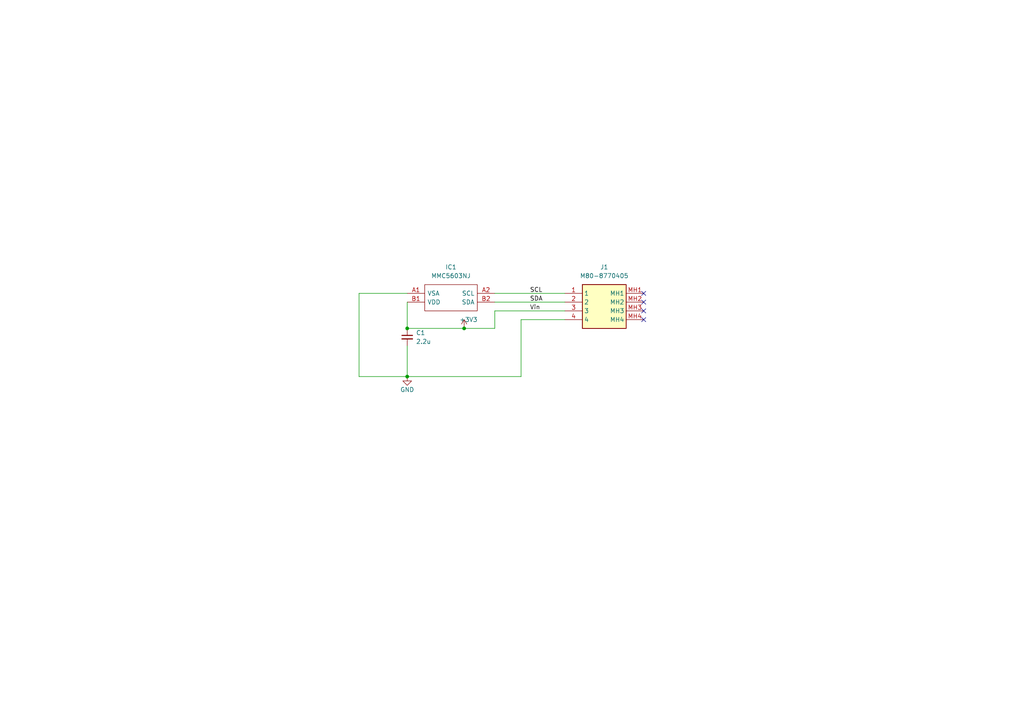
<source format=kicad_sch>
(kicad_sch (version 20230121) (generator eeschema)
  (paper "A4")
  (lib_symbols
    (symbol "Device:C_Small" (pin_numbers hide) (pin_names (offset 0.254) hide)
      (property "Reference" "C" (at 0.254 1.778 0))
      (property "Value" "C_Small" (at 0.254 -2.032 0))
      (symbol "C_Small_0_1"
        (polyline (pts (xy -1.524 -0.508) (xy 1.524 -0.508)) (stroke (width 0.3302)))
        (polyline (pts (xy -1.524 0.508) (xy 1.524 0.508)) (stroke (width 0.3048)))
      )
      (symbol "C_Small_1_1"
        (pin passive line (at 0 2.54 270) (length 2.032) (name "~") (number "1"))
        (pin passive line (at 0 -2.54 90) (length 2.032) (name "~") (number "2"))
      )
    )
    (symbol "LibraryLoader:MMC5603NJ" (pin_names (offset 0.762))
      (property "Reference" "IC" (at 21.59 7.62 0))
      (property "Value" "MMC5603NJ" (at 21.59 5.08 0))
      (symbol "MMC5603NJ_0_0"
        (pin passive line (at 0 0 0) (length 5.08) (name "VSA") (number "A1"))
        (pin passive line (at 25.4 0 180) (length 5.08) (name "SCL") (number "A2"))
        (pin passive line (at 0 -2.54 0) (length 5.08) (name "VDD") (number "B1"))
        (pin passive line (at 25.4 -2.54 180) (length 5.08) (name "SDA") (number "B2"))
      )
      (symbol "MMC5603NJ_0_1"
        (polyline (pts (xy 5.08 2.54) (xy 20.32 2.54) (xy 20.32 -5.08) (xy 5.08 -5.08) (xy 5.08 2.54)) (stroke (width 0.1524)))
      )
    )
    (symbol "M80-8770405:M80-8770405"
      (property "Reference" "J" (at 19.05 7.62 0))
      (property "Value" "M80-8770405" (at 19.05 5.08 0))
      (symbol "M80-8770405_1_1"
        (rectangle (start 5.08 2.54) (end 17.78 -10.16) (stroke (width 0.254)) (fill (type background)))
        (pin passive line (at 0 0 0) (length 5.08) (name "1") (number "1"))
        (pin passive line (at 0 -2.54 0) (length 5.08) (name "2") (number "2"))
        (pin passive line (at 0 -5.08 0) (length 5.08) (name "3") (number "3"))
        (pin passive line (at 0 -7.62 0) (length 5.08) (name "4") (number "4"))
        (pin passive line (at 22.86 0 180) (length 5.08) (name "MH1") (number "MH1"))
        (pin passive line (at 22.86 -2.54 180) (length 5.08) (name "MH2") (number "MH2"))
        (pin passive line (at 22.86 -5.08 180) (length 5.08) (name "MH3") (number "MH3"))
        (pin passive line (at 22.86 -7.62 180) (length 5.08) (name "MH4") (number "MH4"))
      )
    )
    (symbol "power:+3V3" (power) (pin_names (offset 0))
      (property "Value" "+3V3" (at 0 3.556 0))
      (symbol "+3V3_0_1"
        (polyline (pts (xy -0.762 1.27) (xy 0 2.54)))
        (polyline (pts (xy 0 0) (xy 0 2.54)))
        (polyline (pts (xy 0 2.54) (xy 0.762 1.27)))
      )
      (symbol "+3V3_1_1"
        (pin power_in line (at 0 0 90) (length 0) hide (name "+3V3") (number "1"))
      )
    )
    (symbol "power:GND" (power) (pin_names (offset 0))
      (property "Value" "GND" (at 0 -3.81 0))
      (symbol "GND_0_1"
        (polyline (pts (xy 0 0) (xy 0 -1.27) (xy 1.27 -1.27) (xy 0 -2.54) (xy -1.27 -1.27) (xy 0 -1.27)))
      )
      (symbol "GND_1_1"
        (pin power_in line (at 0 0 270) (length 0) hide (name "GND") (number "1"))
      )
    )
  )
  (junction (at 134.62 95.25))
  (junction (at 118.11 109.22))
  (junction (at 118.11 95.25))
  (no_connect (at 186.69 87.63))
  (no_connect (at 186.69 92.71))
  (no_connect (at 186.69 90.17))
  (no_connect (at 186.69 85.09))
  (wire (pts (xy 143.51 87.63) (xy 163.83 87.63)))
  (wire (pts (xy 151.13 109.22) (xy 151.13 92.71)))
  (wire (pts (xy 104.14 109.22) (xy 118.11 109.22)))
  (wire (pts (xy 118.11 100.33) (xy 118.11 109.22)))
  (wire (pts (xy 134.62 95.25) (xy 143.51 95.25)))
  (wire (pts (xy 118.11 95.25) (xy 134.62 95.25)))
  (wire (pts (xy 104.14 85.09) (xy 104.14 109.22)))
  (wire (pts (xy 143.51 95.25) (xy 143.51 90.17)))
  (wire (pts (xy 143.51 85.09) (xy 163.83 85.09)))
  (wire (pts (xy 151.13 92.71) (xy 163.83 92.71)))
  (wire (pts (xy 104.14 85.09) (xy 118.11 85.09)))
  (wire (pts (xy 118.11 109.22) (xy 151.13 109.22)))
  (wire (pts (xy 143.51 90.17) (xy 163.83 90.17)))
  (wire (pts (xy 118.11 87.63) (xy 118.11 95.25)))
  (label "SDA" (at 153.67 87.63 0))
  (label "SCL" (at 153.67 85.09 0))
  (label "Vin" (at 153.67 90.17 0))
  (symbol (lib_id "Device:C_Small") (at 118.11 97.79 0) (unit 1)
    (property "Reference" "C1" (at 120.65 96.5263 0) (effects (justify left)))
    (property "Value" "2.2u" (at 120.65 99.0663 0) (effects (justify left)))
    (property "Footprint" "Capacitor_SMD:C_0603_1608Metric" (effects hide))
  )
  (symbol (lib_id "power:+3V3") (at 134.62 95.25 0) (unit 1)
    (property "Reference" "#PWR02" (effects hide))
    (property "Value" "+3V3" (at 135.89 92.71 0))
  )
  (symbol (lib_id "LibraryLoader:MMC5603NJ") (at 118.11 85.09 0) (unit 1)
    (property "Reference" "IC1" (at 130.81 77.47 0))
    (property "Value" "MMC5603NJ" (at 130.81 80.01 0))
    (property "Footprint" "MMC5603NJ:XDCR_MMC5603NJ" (effects hide))
    (property "Datasheet" "https://www.mouser.de/datasheet/2/821/Memsic_09102019_MMC5603NJ_Datasheet_Rev.B-1635324.pdf" (effects hide))
    (property "Description" "Magnetic Sensors SMD RoHS" (effects hide))
    (property "Height" "0.6" (effects hide))
    (property "Manufacturer_Name" "MEMSIC" (effects hide))
    (property "Manufacturer_Part_Number" "MMC5603NJ" (effects hide))
    (property "Mouser Part Number" "438-MMC5603NJ" (effects hide))
    (property "Mouser Price/Stock" "https://www.mouser.co.uk/ProductDetail/MEMSIC/MMC5603NJ?qs=B6kkDfuK7%2FDOubZFFHvcXw%3D%3D" (effects hide))
    (property "Arrow Part Number" "MMC5603NJ" (effects hide))
    (property "Arrow Price/Stock" "https://www.arrow.com/en/products/mmc5603nj/memsic?region=nac" (effects hide))
  )
  (symbol (lib_id "power:GND") (at 118.11 109.22 0) (unit 1)
    (property "Reference" "#PWR03" (effects hide))
    (property "Value" "GND" (at 118.11 113.03 0))
  )
  (symbol (lib_id "M80-8770405:M80-8770405") (at 163.83 85.09 0) (unit 1)
    (property "Reference" "J1" (at 175.26 77.47 0))
    (property "Value" "M80-8770405" (at 175.26 80.01 0))
    (property "Footprint" "M808770405" (effects hide))
    (property "Datasheet" "https://cdn.harwin.com/pdfs/M80-877.pdf" (effects hide))
    (property "Height" "5.56" (effects hide))
    (property "Manufacturer_Name" "Harwin" (effects hide))
    (property "Manufacturer_Part_Number" "M80-8770405" (effects hide))
    (property "Mouser Part Number" "855-M80-8770405" (effects hide))
    (property "Mouser Price/Stock" "https://www.mouser.co.uk/ProductDetail/Harwin/M80-8770405?qs=3tymCvhQ29ZPq83M%252Bf8kIA%3D%3D" (effects hide))
  )
)
</source>
